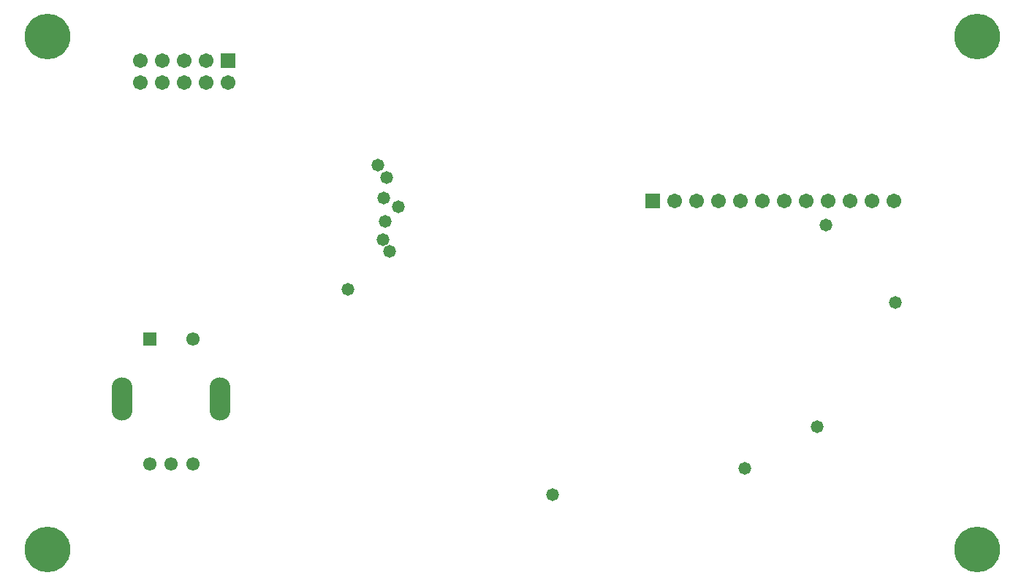
<source format=gbs>
G04*
G04 #@! TF.GenerationSoftware,Altium Limited,Altium Designer,23.2.1 (34)*
G04*
G04 Layer_Color=16711935*
%FSLAX25Y25*%
%MOIN*%
G70*
G04*
G04 #@! TF.SameCoordinates,BF209CEF-B3CD-4BDF-936B-CE2084C87205*
G04*
G04*
G04 #@! TF.FilePolarity,Negative*
G04*
G01*
G75*
%ADD21C,0.20800*%
%ADD22C,0.06706*%
%ADD23R,0.06706X0.06706*%
%ADD24R,0.06102X0.06102*%
%ADD25C,0.06102*%
G04:AMPARAMS|DCode=26|XSize=94.49mil|YSize=196.85mil|CornerRadius=47.24mil|HoleSize=0mil|Usage=FLASHONLY|Rotation=0.000|XOffset=0mil|YOffset=0mil|HoleType=Round|Shape=RoundedRectangle|*
%AMROUNDEDRECTD26*
21,1,0.09449,0.10236,0,0,0.0*
21,1,0.00000,0.19685,0,0,0.0*
1,1,0.09449,0.00000,-0.05118*
1,1,0.09449,0.00000,-0.05118*
1,1,0.09449,0.00000,0.05118*
1,1,0.09449,0.00000,0.05118*
%
%ADD26ROUNDEDRECTD26*%
%ADD27C,0.05800*%
D21*
X30000Y23500D02*
D03*
Y257500D02*
D03*
X454000D02*
D03*
Y23500D02*
D03*
D22*
X416000Y182500D02*
D03*
X406000D02*
D03*
X396000D02*
D03*
X386000D02*
D03*
X376000D02*
D03*
X366000D02*
D03*
X356000D02*
D03*
X346000D02*
D03*
X336000D02*
D03*
X326000D02*
D03*
X316000D02*
D03*
X72500Y236500D02*
D03*
Y246500D02*
D03*
X82500Y236500D02*
D03*
Y246500D02*
D03*
X92500Y236500D02*
D03*
Y246500D02*
D03*
X102500Y236500D02*
D03*
Y246500D02*
D03*
X112500Y236500D02*
D03*
D23*
X306000Y182500D02*
D03*
X112500Y246500D02*
D03*
D24*
X76657Y119559D02*
D03*
D25*
X96343D02*
D03*
X76657Y62472D02*
D03*
X86500D02*
D03*
X96343D02*
D03*
D26*
X64059Y92000D02*
D03*
X108941D02*
D03*
D27*
X190239Y179600D02*
D03*
X180800Y198700D02*
D03*
X184000Y172900D02*
D03*
X348000Y60500D02*
D03*
X416800Y136200D02*
D03*
X381300Y79500D02*
D03*
X167200Y142000D02*
D03*
X183000Y164700D02*
D03*
X184700Y192900D02*
D03*
X186100Y159500D02*
D03*
X183400Y183700D02*
D03*
X260500Y48500D02*
D03*
X385000Y171500D02*
D03*
M02*

</source>
